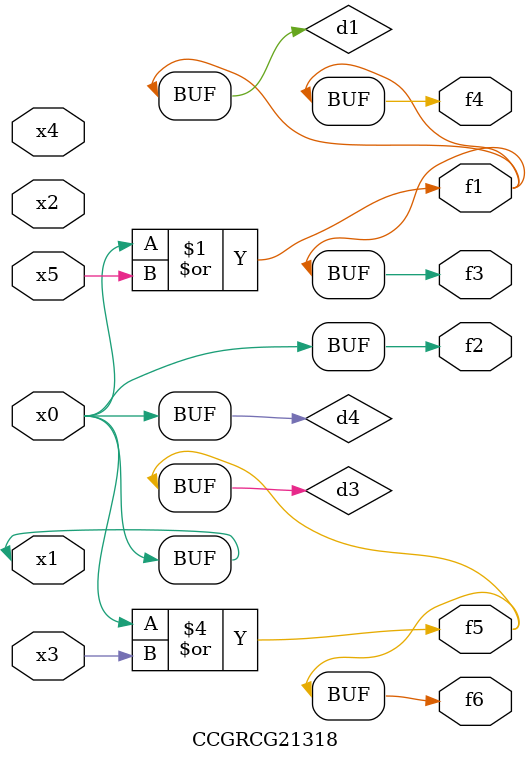
<source format=v>
module CCGRCG21318(
	input x0, x1, x2, x3, x4, x5,
	output f1, f2, f3, f4, f5, f6
);

	wire d1, d2, d3, d4;

	or (d1, x0, x5);
	xnor (d2, x1, x4);
	or (d3, x0, x3);
	buf (d4, x0, x1);
	assign f1 = d1;
	assign f2 = d4;
	assign f3 = d1;
	assign f4 = d1;
	assign f5 = d3;
	assign f6 = d3;
endmodule

</source>
